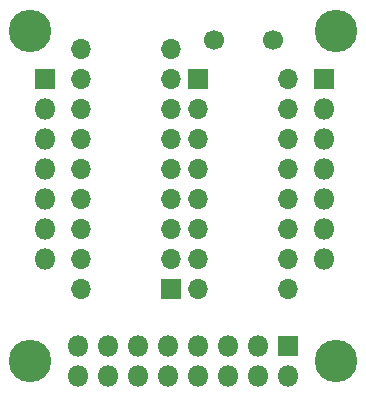
<source format=gbr>
%TF.GenerationSoftware,KiCad,Pcbnew,5.1.6+dfsg1-1*%
%TF.CreationDate,2020-09-04T14:06:56-04:00*%
%TF.ProjectId,74HC595Breakout,37344843-3539-4354-9272-65616b6f7574,rev?*%
%TF.SameCoordinates,Original*%
%TF.FileFunction,Soldermask,Top*%
%TF.FilePolarity,Negative*%
%FSLAX46Y46*%
G04 Gerber Fmt 4.6, Leading zero omitted, Abs format (unit mm)*
G04 Created by KiCad (PCBNEW 5.1.6+dfsg1-1) date 2020-09-04 14:06:56*
%MOMM*%
%LPD*%
G01*
G04 APERTURE LIST*
%ADD10C,3.600000*%
%ADD11C,1.700000*%
%ADD12R,1.700000X1.700000*%
%ADD13O,1.700000X1.700000*%
%ADD14O,1.800000X1.800000*%
%ADD15R,1.800000X1.800000*%
G04 APERTURE END LIST*
D10*
%TO.C,REF\u002A\u002A*%
X147320000Y-78740000D03*
%TD*%
%TO.C,REF\u002A\u002A*%
X121412000Y-78740000D03*
%TD*%
%TO.C,REF\u002A\u002A*%
X121412000Y-106680000D03*
%TD*%
%TO.C,REF\u002A\u002A*%
X147320000Y-106680000D03*
%TD*%
D11*
%TO.C,C1*%
X141986000Y-79502000D03*
X136986000Y-79502000D03*
%TD*%
D12*
%TO.C,U1*%
X135675001Y-82825001D03*
D13*
X143295001Y-100605001D03*
X135675001Y-85365001D03*
X143295001Y-98065001D03*
X135675001Y-87905001D03*
X143295001Y-95525001D03*
X135675001Y-90445001D03*
X143295001Y-92985001D03*
X135675001Y-92985001D03*
X143295001Y-90445001D03*
X135675001Y-95525001D03*
X143295001Y-87905001D03*
X135675001Y-98065001D03*
X143295001Y-85365001D03*
X135675001Y-100605001D03*
X143295001Y-82825001D03*
%TD*%
D14*
%TO.C,J1*%
X146304000Y-98044000D03*
X146304000Y-95504000D03*
X146304000Y-92964000D03*
X146304000Y-90424000D03*
X146304000Y-87884000D03*
X146304000Y-85344000D03*
D15*
X146304000Y-82804000D03*
%TD*%
%TO.C,J2*%
X122682000Y-82804000D03*
D14*
X122682000Y-85344000D03*
X122682000Y-87884000D03*
X122682000Y-90424000D03*
X122682000Y-92964000D03*
X122682000Y-95504000D03*
X122682000Y-98044000D03*
%TD*%
D12*
%TO.C,U2*%
X133350000Y-100584000D03*
D13*
X125730000Y-80264000D03*
X133350000Y-98044000D03*
X125730000Y-82804000D03*
X133350000Y-95504000D03*
X125730000Y-85344000D03*
X133350000Y-92964000D03*
X125730000Y-87884000D03*
X133350000Y-90424000D03*
X125730000Y-90424000D03*
X133350000Y-87884000D03*
X125730000Y-92964000D03*
X133350000Y-85344000D03*
X125730000Y-95504000D03*
X133350000Y-82804000D03*
X125730000Y-98044000D03*
X133350000Y-80264000D03*
X125730000Y-100584000D03*
%TD*%
D15*
%TO.C,J3*%
X143256000Y-105410000D03*
D14*
X143256000Y-107950000D03*
X140716000Y-105410000D03*
X140716000Y-107950000D03*
X138176000Y-105410000D03*
X138176000Y-107950000D03*
X135636000Y-105410000D03*
X135636000Y-107950000D03*
X133096000Y-105410000D03*
X133096000Y-107950000D03*
X130556000Y-105410000D03*
X130556000Y-107950000D03*
X128016000Y-105410000D03*
X128016000Y-107950000D03*
X125476000Y-105410000D03*
X125476000Y-107950000D03*
%TD*%
M02*

</source>
